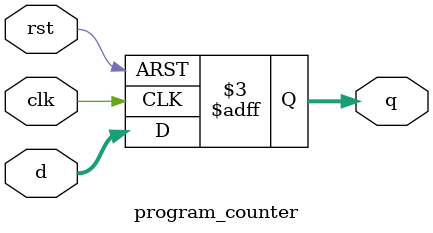
<source format=sv>

module program_counter(input logic clk, rst,
								input logic [32-1:0] d,
								output logic [32-1:0] q);

always_ff @(posedge clk or negedge rst)
	if (rst == 0) q <= 0;
	else q <= d;

endmodule

</source>
